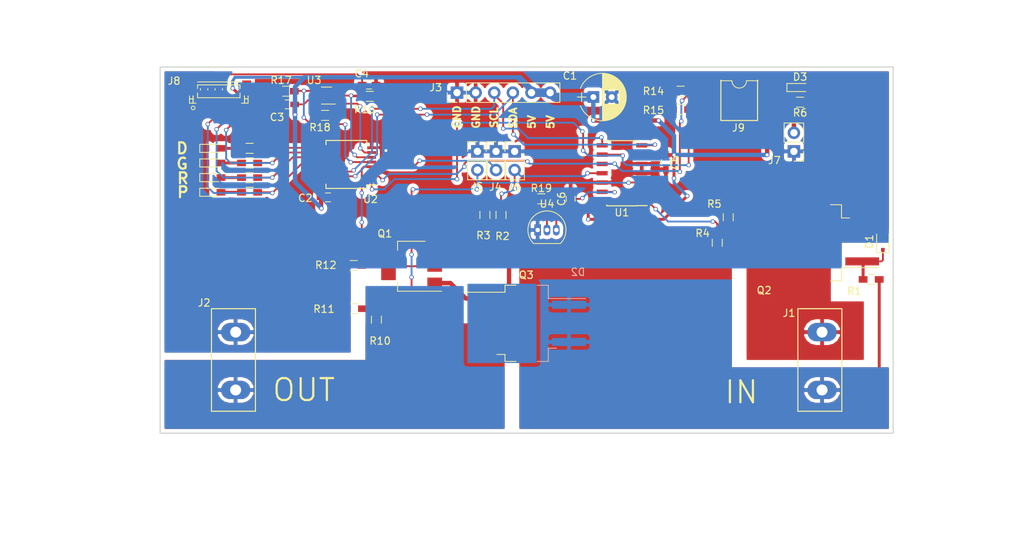
<source format=kicad_pcb>
(kicad_pcb (version 4) (host pcbnew 4.0.6)
  (layers (0 F.Cu signal) (31 B.Cu signal) (34 B.Paste user) (35 F.Paste user) (36 B.SilkS user) (37 F.SilkS user) (38 B.Mask user) (39 F.Mask user) (44 Edge.Cuts user))
  (net 0 "")
  (net 1 +5V)
  (net 2 GND)
  (net 3 /BTN_Clock)
  (net 4 +BATT)
  (net 5 "Net-(D3-Pad2)")
  (net 6 "Net-(D4-Pad2)")
  (net 7 "Net-(D5-Pad2)")
  (net 8 "Net-(D6-Pad2)")
  (net 9 "Net-(D7-Pad2)")
  (net 10 /SCL)
  (net 11 /SDA)
  (net 12 /OutEnable)
  (net 13 /OutVoltage)
  (net 14 /OutSense)
  (net 15 /LED_Green)
  (net 16 /LED_Red)
  (net 17 /LED_Purple)
  (net 18 /Adr1_SEL)
  (net 19 /Adr0_SEL)
  (net 20 "Net-(Q1-Pad1)")
  (net 21 "Net-(D1-Pad1)")
  (net 22 "Net-(J1-Pad1)")
  (net 23 "Net-(Q3-Pad2)")
  (net 24 /InVoltage)
  (net 25 /LED_DEBUG)
  (net 26 VPP)
  (net 27 /BTN_Latch)
  (net 28 /BTN_Reset)
  (net 29 /TempSense)
  (net 30 "Net-(U2-Pad13)")
  (module Housings_DIP:DIP-6_W7.62mm_SMD (layer F.Cu) (at 244 90.8)
    (fp_text reference J9 (at -0.1 2.5) (layer F.SilkS))
    (fp_text value DIP_Address)
    (pad 1 smd rect (at -3.81 -2.54) (size 2 1.78) (layers F.Cu F.Paste F.Mask) (net 18 /Adr1_SEL))
    (pad 3 smd rect (at -3.81 0) (size 2 1.78) (layers F.Cu F.Paste F.Mask) (net 19 /Adr0_SEL))
    (pad 4 smd rect (at 3.81 0) (size 2 1.78) (layers F.Cu F.Paste F.Mask) (net 1 +5V))
    (pad 2 smd rect (at 3.81 -2.54) (size 2 1.78) (layers F.Cu F.Paste F.Mask) (net 1 +5V))
  )
  (module TO_SOT_Packages_SMD:TO-263-2 (layer B.Cu) (at 215 120 180)
    (fp_text reference D2 (at -7 7 180) (layer B.SilkS) (effects (justify mirror)))
    (fp_text value STPS40L45CG)
    (pad 1 smd rect (at -5.775 2.54 180) (size 4.6 1.1) (layers B.Cu B.Paste B.Mask) (net 4 +BATT))
    (pad 1 smd rect (at -5.775 -2.54 180) (size 4.6 1.1) (layers B.Cu B.Paste B.Mask) (net 4 +BATT))
    (pad 2 smd rect (at 3.375 0 180) (size 9.4 10.8) (layers B.Cu B.Mask) (net 26 VPP))
    (pad 2 smd rect (at 5.8 -2.775 180) (size 4.55 5.25) (layers B.Cu B.Paste) (net 26 VPP))
    (pad 2 smd rect (at 0.95 2.775 180) (size 4.55 5.25) (layers B.Cu B.Paste) (net 26 VPP))
    (pad 2 smd rect (at 5.8 2.775 180) (size 4.55 5.25) (layers B.Cu B.Paste) (net 26 VPP))
    (pad 2 smd rect (at 0.95 -2.775 180) (size 4.55 5.25) (layers B.Cu B.Paste) (net 26 VPP))
  )
  (module Capacitors_THT:CP_Radial_D6.3mm_P2.50mm (layer F.Cu) (at 224.1 89.1)
    (fp_text reference C1 (at -3.2 -2.9) (layer F.SilkS))
    (fp_text value 100uF)
    (pad 1 thru_hole rect (at 0 0) (size 1.6 1.6) (drill 0.8) (layers *.Cu *.Mask) (net 1 +5V))
    (pad 2 thru_hole circle (at 2.5 0) (size 1.6 1.6) (drill 0.8) (layers *.Cu *.Mask) (net 2 GND))
  )
  (module Capacitors_SMD:C_0603_HandSoldering (layer F.Cu) (at 187.9 102.8)
    (fp_text reference C2 (at -3.1 0.1) (layer F.SilkS))
    (fp_text value 100nF)
    (pad 1 smd rect (at -0.95 0) (size 1.2 0.75) (layers F.Cu F.Paste F.Mask) (net 1 +5V))
    (pad 2 smd rect (at 0.95 0) (size 1.2 0.75) (layers F.Cu F.Paste F.Mask) (net 2 GND))
  )
  (module Capacitors_SMD:C_0603_HandSoldering (layer F.Cu) (at 182.4 90.1 180)
    (fp_text reference C3 (at 1.45 -1.75 180) (layer F.SilkS))
    (fp_text value 100nF)
    (pad 1 smd rect (at -0.95 0 180) (size 1.2 0.75) (layers F.Cu F.Paste F.Mask) (net 1 +5V))
    (pad 2 smd rect (at 0.95 0 180) (size 1.2 0.75) (layers F.Cu F.Paste F.Mask) (net 2 GND))
  )
  (module Capacitors_SMD:C_0603_HandSoldering (layer F.Cu) (at 193.5 87.4)
    (fp_text reference C4 (at -1 -1.5) (layer F.SilkS))
    (fp_text value 100nF)
    (pad 1 smd rect (at -0.95 0) (size 1.2 0.75) (layers F.Cu F.Paste F.Mask) (net 3 /BTN_Clock))
    (pad 2 smd rect (at 0.95 0) (size 1.2 0.75) (layers F.Cu F.Paste F.Mask) (net 2 GND))
  )
  (module Capacitors_SMD:C_0603_HandSoldering (layer F.Cu) (at 234 98 270)
    (fp_text reference C5 (at 0 -1.25 270) (layer F.SilkS))
    (fp_text value 100nF)
    (pad 1 smd rect (at -0.95 0 270) (size 1.2 0.75) (layers F.Cu F.Paste F.Mask) (net 1 +5V))
    (pad 2 smd rect (at 0.95 0 270) (size 1.2 0.75) (layers F.Cu F.Paste F.Mask) (net 2 GND))
  )
  (module Capacitors_SMD:C_0603_HandSoldering (layer F.Cu) (at 221 103 90)
    (fp_text reference C6 (at 0 -1.25 90) (layer F.SilkS))
    (fp_text value 100nF)
    (pad 1 smd rect (at -0.95 0 90) (size 1.2 0.75) (layers F.Cu F.Paste F.Mask) (net 1 +5V))
    (pad 2 smd rect (at 0.95 0 90) (size 1.2 0.75) (layers F.Cu F.Paste F.Mask) (net 2 GND))
  )
  (module LEDs:LED_0603_HandSoldering (layer F.Cu) (at 252.3 87.8)
    (fp_text reference D3 (at 0 -1.45) (layer F.SilkS))
    (fp_text value LED)
    (pad 1 smd rect (at -1.1 0) (size 1.2 0.9) (layers F.Cu F.Paste F.Mask) (net 2 GND))
    (pad 2 smd rect (at 1.1 0) (size 1.2 0.9) (layers F.Cu F.Paste F.Mask) (net 5 "Net-(D3-Pad2)"))
  )
  (module LEDs:LED_0603_HandSoldering (layer F.Cu) (at 172.2 98.1)
    (fp_text reference D4 hide)
    (fp_text value LED hide)
    (pad 1 smd rect (at -1.1 0) (size 1.2 0.9) (layers F.Cu F.Paste F.Mask) (net 2 GND))
    (pad 2 smd rect (at 1.1 0) (size 1.2 0.9) (layers F.Cu F.Paste F.Mask) (net 6 "Net-(D4-Pad2)"))
  )
  (module LEDs:LED_0603_HandSoldering (layer F.Cu) (at 172.2 100.1)
    (fp_text reference D5 hide)
    (fp_text value LED hide)
    (pad 1 smd rect (at -1.1 0) (size 1.2 0.9) (layers F.Cu F.Paste F.Mask) (net 2 GND))
    (pad 2 smd rect (at 1.1 0) (size 1.2 0.9) (layers F.Cu F.Paste F.Mask) (net 7 "Net-(D5-Pad2)"))
  )
  (module LEDs:LED_0603_HandSoldering (layer F.Cu) (at 172.2 96.1)
    (fp_text reference D6 hide)
    (fp_text value LED hide)
    (pad 1 smd rect (at -1.1 0) (size 1.2 0.9) (layers F.Cu F.Paste F.Mask) (net 2 GND))
    (pad 2 smd rect (at 1.1 0) (size 1.2 0.9) (layers F.Cu F.Paste F.Mask) (net 8 "Net-(D6-Pad2)"))
  )
  (module LEDs:LED_0603_HandSoldering (layer F.Cu) (at 172.2 102.1)
    (fp_text reference D7 hide)
    (fp_text value LED hide)
    (pad 1 smd rect (at -1.1 0) (size 1.2 0.9) (layers F.Cu F.Paste F.Mask) (net 2 GND))
    (pad 2 smd rect (at 1.1 0) (size 1.2 0.9) (layers F.Cu F.Paste F.Mask) (net 9 "Net-(D7-Pad2)"))
  )
  (module Pin_Headers:Pin_Header_Straight_1x06_Pitch2.54mm (layer F.Cu) (at 205.5 88.5 90)
    (fp_text reference J3 (at 0.7 -2.9 180) (layer F.SilkS))
    (fp_text value "i2c Connector")
    (pad 1 thru_hole rect (at 0 0 90) (size 1.7 1.7) (drill 1) (layers *.Cu *.Mask) (net 2 GND))
    (pad 2 thru_hole oval (at 0 2.54 90) (size 1.7 1.7) (drill 1) (layers *.Cu *.Mask) (net 2 GND))
    (pad 3 thru_hole oval (at 0 5.08 90) (size 1.7 1.7) (drill 1) (layers *.Cu *.Mask) (net 10 /SCL))
    (pad 4 thru_hole oval (at 0 7.62 90) (size 1.7 1.7) (drill 1) (layers *.Cu *.Mask) (net 11 /SDA))
    (pad 5 thru_hole oval (at 0 10.16 90) (size 1.7 1.7) (drill 1) (layers *.Cu *.Mask) (net 1 +5V))
    (pad 6 thru_hole oval (at 0 12.7 90) (size 1.7 1.7) (drill 1) (layers *.Cu *.Mask) (net 1 +5V))
  )
  (module Connectors_JST:JST_SH_BM06B-SRSS-TB_06x1.00mm_Straight (layer F.Cu) (at 173 89)
    (fp_text reference J8 (at -6.1 -2.1) (layer F.SilkS))
    (fp_text value "Button Connector")
    (pad 1 smd rect (at -2.5 1.2625) (size 0.6 1.55) (layers F.Cu F.Paste F.Mask) (net 2 GND))
    (pad 2 smd rect (at -1.5 1.2625) (size 0.6 1.55) (layers F.Cu F.Paste F.Mask) (net 3 /BTN_Clock))
    (pad 3 smd rect (at -0.5 1.2625) (size 0.6 1.55) (layers F.Cu F.Paste F.Mask) (net 17 /LED_Purple))
    (pad 4 smd rect (at 0.5 1.2625) (size 0.6 1.55) (layers F.Cu F.Paste F.Mask) (net 16 /LED_Red))
    (pad 5 smd rect (at 1.5 1.2625) (size 0.6 1.55) (layers F.Cu F.Paste F.Mask) (net 15 /LED_Green))
    (pad 6 smd rect (at 2.5 1.2625) (size 0.6 1.55) (layers F.Cu F.Paste F.Mask) (net 1 +5V))
    (pad "" smd rect (at -3.8 -1.2625) (size 1.2 1.8) (layers F.Cu F.Paste F.Mask))
    (pad "" smd rect (at 3.8 -1.2625) (size 1.2 1.8) (layers F.Cu F.Paste F.Mask))
  )
  (module TO_SOT_Packages_SMD:SOT-223-3Lead_TabPin2 (layer F.Cu) (at 199.3 112.2 180)
    (fp_text reference Q1 (at 3.65 4.45 180) (layer F.SilkS))
    (fp_text value Q_NMOS_DGS)
    (pad 2 smd rect (at 3.15 0 180) (size 2 3.8) (layers F.Cu F.Paste F.Mask) (net 12 /OutEnable))
    (pad 2 smd rect (at -3.15 0 180) (size 2 1.5) (layers F.Cu F.Paste F.Mask) (net 12 /OutEnable))
    (pad 3 smd rect (at -3.15 2.3 180) (size 2 1.5) (layers F.Cu F.Paste F.Mask) (net 2 GND))
    (pad 1 smd rect (at -3.15 -2.3 180) (size 2 1.5) (layers F.Cu F.Paste F.Mask) (net 20 "Net-(Q1-Pad1)"))
  )
  (module TO_SOT_Packages_SMD:TO-263-2 (layer F.Cu) (at 255 109 180)
    (fp_text reference Q2 (at 7.6 -6.5 180) (layer F.SilkS))
    (fp_text value IRF1404)
    (pad 1 smd rect (at -5.775 -2.54 180) (size 4.6 1.1) (layers F.Cu F.Paste F.Mask) (net 21 "Net-(D1-Pad1)"))
    (pad 3 smd rect (at -5.775 2.54 180) (size 4.6 1.1) (layers F.Cu F.Paste F.Mask) (net 2 GND))
    (pad 2 smd rect (at 3.375 0 180) (size 9.4 10.8) (layers F.Cu F.Mask) (net 22 "Net-(J1-Pad1)"))
    (pad 2 smd rect (at 5.8 2.775 180) (size 4.55 5.25) (layers F.Cu F.Paste) (net 22 "Net-(J1-Pad1)"))
    (pad 2 smd rect (at 0.95 -2.775 180) (size 4.55 5.25) (layers F.Cu F.Paste) (net 22 "Net-(J1-Pad1)"))
    (pad 2 smd rect (at 5.8 -2.775 180) (size 4.55 5.25) (layers F.Cu F.Paste) (net 22 "Net-(J1-Pad1)"))
    (pad 2 smd rect (at 0.95 2.775 180) (size 4.55 5.25) (layers F.Cu F.Paste) (net 22 "Net-(J1-Pad1)"))
  )
  (module Resistors_SMD:R_0603_HandSoldering (layer F.Cu) (at 262 114)
    (fp_text reference R1 (at -2.3 1.6) (layer F.SilkS))
    (fp_text value 10k)
    (pad 1 smd rect (at -1.1 0) (size 1.2 0.9) (layers F.Cu F.Paste F.Mask) (net 21 "Net-(D1-Pad1)"))
    (pad 2 smd rect (at 1.1 0) (size 1.2 0.9) (layers F.Cu F.Paste F.Mask) (net 4 +BATT))
  )
  (module Resistors_SMD:R_0603_HandSoldering (layer F.Cu) (at 211.5 105.2 90)
    (fp_text reference R2 (at -2.9 0.2 180) (layer F.SilkS))
    (fp_text value 10k)
    (pad 1 smd rect (at -1.1 0 90) (size 1.2 0.9) (layers F.Cu F.Paste F.Mask) (net 23 "Net-(Q3-Pad2)"))
    (pad 2 smd rect (at 1.1 0 90) (size 1.2 0.9) (layers F.Cu F.Paste F.Mask) (net 14 /OutSense))
  )
  (module Resistors_SMD:R_0603_HandSoldering (layer F.Cu) (at 209.3 105.2 270)
    (fp_text reference R3 (at 2.8 0.2 360) (layer F.SilkS))
    (fp_text value TBD)
    (pad 1 smd rect (at -1.1 0 270) (size 1.2 0.9) (layers F.Cu F.Paste F.Mask) (net 2 GND))
    (pad 2 smd rect (at 1.1 0 270) (size 1.2 0.9) (layers F.Cu F.Paste F.Mask) (net 23 "Net-(Q3-Pad2)"))
  )
  (module Resistors_SMD:R_0603_HandSoldering (layer F.Cu) (at 241 109 270)
    (fp_text reference R4 (at -1.3 2 360) (layer F.SilkS))
    (fp_text value "9k1 0.1%")
    (pad 1 smd rect (at -1.1 0 270) (size 1.2 0.9) (layers F.Cu F.Paste F.Mask) (net 24 /InVoltage))
    (pad 2 smd rect (at 1.1 0 270) (size 1.2 0.9) (layers F.Cu F.Paste F.Mask) (net 4 +BATT))
  )
  (module Resistors_SMD:R_0603_HandSoldering (layer F.Cu) (at 242.5 105.5 270)
    (fp_text reference R5 (at -1.8 1.9 360) (layer F.SilkS))
    (fp_text value "1k 0.1%")
    (pad 1 smd rect (at -1.1 0 270) (size 1.2 0.9) (layers F.Cu F.Paste F.Mask) (net 2 GND))
    (pad 2 smd rect (at 1.1 0 270) (size 1.2 0.9) (layers F.Cu F.Paste F.Mask) (net 24 /InVoltage))
  )
  (module Resistors_SMD:R_0603_HandSoldering (layer F.Cu) (at 252.3 89.8 180)
    (fp_text reference R6 (at 0 -1.45 180) (layer F.SilkS))
    (fp_text value 330)
    (pad 1 smd rect (at -1.1 0 180) (size 1.2 0.9) (layers F.Cu F.Paste F.Mask) (net 5 "Net-(D3-Pad2)"))
    (pad 2 smd rect (at 1.1 0 180) (size 1.2 0.9) (layers F.Cu F.Paste F.Mask) (net 1 +5V))
  )
  (module Resistors_SMD:R_0603_HandSoldering (layer F.Cu) (at 177.2 98.1)
    (fp_text reference R7 hide)
    (fp_text value 330 hide)
    (pad 1 smd rect (at -1.1 0) (size 1.2 0.9) (layers F.Cu F.Paste F.Mask) (net 6 "Net-(D4-Pad2)"))
    (pad 2 smd rect (at 1.1 0) (size 1.2 0.9) (layers F.Cu F.Paste F.Mask) (net 15 /LED_Green))
  )
  (module Resistors_SMD:R_0603_HandSoldering (layer F.Cu) (at 177.2 100.1)
    (fp_text reference R8 hide)
    (fp_text value 330 hide)
    (pad 1 smd rect (at -1.1 0) (size 1.2 0.9) (layers F.Cu F.Paste F.Mask) (net 7 "Net-(D5-Pad2)"))
    (pad 2 smd rect (at 1.1 0) (size 1.2 0.9) (layers F.Cu F.Paste F.Mask) (net 16 /LED_Red))
  )
  (module Resistors_SMD:R_0603_HandSoldering (layer F.Cu) (at 177.2 96.1)
    (fp_text reference R9 hide)
    (fp_text value 330 hide)
    (pad 1 smd rect (at -1.1 0) (size 1.2 0.9) (layers F.Cu F.Paste F.Mask) (net 8 "Net-(D6-Pad2)"))
    (pad 2 smd rect (at 1.1 0) (size 1.2 0.9) (layers F.Cu F.Paste F.Mask) (net 25 /LED_DEBUG))
  )
  (module Resistors_SMD:R_0603_HandSoldering (layer F.Cu) (at 194.5 119.5 270)
    (fp_text reference R10 (at 2.9 -0.5 360) (layer F.SilkS))
    (fp_text value "9k1 0.1%")
    (pad 1 smd rect (at -1.1 0 270) (size 1.2 0.9) (layers F.Cu F.Paste F.Mask) (net 13 /OutVoltage))
    (pad 2 smd rect (at 1.1 0 270) (size 1.2 0.9) (layers F.Cu F.Paste F.Mask) (net 26 VPP))
  )
  (module Resistors_SMD:R_0603_HandSoldering (layer F.Cu) (at 191.5 118)
    (fp_text reference R11 (at -4.15 0.05) (layer F.SilkS))
    (fp_text value "1k 0.1%")
    (pad 1 smd rect (at -1.1 0) (size 1.2 0.9) (layers F.Cu F.Paste F.Mask) (net 2 GND))
    (pad 2 smd rect (at 1.1 0) (size 1.2 0.9) (layers F.Cu F.Paste F.Mask) (net 13 /OutVoltage))
  )
  (module Resistors_SMD:R_0603_HandSoldering (layer F.Cu) (at 191.4 112.1)
    (fp_text reference R12 (at -3.8 -0.05) (layer F.SilkS))
    (fp_text value 10k)
    (pad 1 smd rect (at -1.1 0) (size 1.2 0.9) (layers F.Cu F.Paste F.Mask) (net 2 GND))
    (pad 2 smd rect (at 1.1 0) (size 1.2 0.9) (layers F.Cu F.Paste F.Mask) (net 12 /OutEnable))
  )
  (module Resistors_SMD:R_0603_HandSoldering (layer F.Cu) (at 177.2 102.1)
    (fp_text reference R13 hide)
    (fp_text value 330)
    (pad 1 smd rect (at -1.1 0) (size 1.2 0.9) (layers F.Cu F.Paste F.Mask) (net 9 "Net-(D7-Pad2)"))
    (pad 2 smd rect (at 1.1 0) (size 1.2 0.9) (layers F.Cu F.Paste F.Mask) (net 17 /LED_Purple))
  )
  (module Resistors_SMD:R_0603_HandSoldering (layer F.Cu) (at 236 88.3)
    (fp_text reference R14 (at -3.7 0) (layer F.SilkS))
    (fp_text value 10k)
    (pad 1 smd rect (at -1.1 0) (size 1.2 0.9) (layers F.Cu F.Paste F.Mask) (net 2 GND))
    (pad 2 smd rect (at 1.1 0) (size 1.2 0.9) (layers F.Cu F.Paste F.Mask) (net 18 /Adr1_SEL))
  )
  (module Resistors_SMD:R_0603_HandSoldering (layer F.Cu) (at 236 90.8)
    (fp_text reference R15 (at -3.7 0.1) (layer F.SilkS))
    (fp_text value 10k)
    (pad 1 smd rect (at -1.1 0) (size 1.2 0.9) (layers F.Cu F.Paste F.Mask) (net 2 GND))
    (pad 2 smd rect (at 1.1 0) (size 1.2 0.9) (layers F.Cu F.Paste F.Mask) (net 19 /Adr0_SEL))
  )
  (module Resistors_SMD:R_0603_HandSoldering (layer F.Cu) (at 193.6 89 180)
    (fp_text reference R16 (at 0.7 -1.8 180) (layer F.SilkS))
    (fp_text value 10k)
    (pad 1 smd rect (at -1.1 0 180) (size 1.2 0.9) (layers F.Cu F.Paste F.Mask) (net 2 GND))
    (pad 2 smd rect (at 1.1 0 180) (size 1.2 0.9) (layers F.Cu F.Paste F.Mask) (net 3 /BTN_Clock))
  )
  (module Resistors_SMD:R_0603_HandSoldering (layer F.Cu) (at 182.2 88.3)
    (fp_text reference R17 (at -0.7 -1.5) (layer F.SilkS))
    (fp_text value 10k)
    (pad 1 smd rect (at -1.1 0) (size 1.2 0.9) (layers F.Cu F.Paste F.Mask) (net 2 GND))
    (pad 2 smd rect (at 1.1 0) (size 1.2 0.9) (layers F.Cu F.Paste F.Mask) (net 27 /BTN_Latch))
  )
  (module Resistors_SMD:R_0603_HandSoldering (layer F.Cu) (at 187.5 91.6 180)
    (fp_text reference R18 (at 0.7 -1.65 180) (layer F.SilkS))
    (fp_text value 10k)
    (pad 1 smd rect (at -1.1 0 180) (size 1.2 0.9) (layers F.Cu F.Paste F.Mask) (net 28 /BTN_Reset))
    (pad 2 smd rect (at 1.1 0 180) (size 1.2 0.9) (layers F.Cu F.Paste F.Mask) (net 1 +5V))
  )
  (module Resistors_SMD:R_0603_HandSoldering (layer F.Cu) (at 217 103)
    (fp_text reference R19 (at 0 -1.45) (layer F.SilkS))
    (fp_text value DNP)
    (pad 1 smd rect (at -1.1 0) (size 1.2 0.9) (layers F.Cu F.Paste F.Mask) (net 2 GND))
    (pad 2 smd rect (at 1.1 0) (size 1.2 0.9) (layers F.Cu F.Paste F.Mask) (net 29 /TempSense))
  )
  (module Housings_SOIC:SOIC-14_3.9x8.7mm_Pitch1.27mm (layer F.Cu) (at 228 99.5 180)
    (fp_text reference U1 (at 0 -5.375 180) (layer F.SilkS))
    (fp_text value MCP3428-ESL)
    (pad 1 smd rect (at -2.7 -3.81 180) (size 1.5 0.6) (layers F.Cu F.Paste F.Mask) (net 24 /InVoltage))
    (pad 2 smd rect (at -2.7 -2.54 180) (size 1.5 0.6) (layers F.Cu F.Paste F.Mask) (net 2 GND))
    (pad 3 smd rect (at -2.7 -1.27 180) (size 1.5 0.6) (layers F.Cu F.Paste F.Mask) (net 13 /OutVoltage))
    (pad 4 smd rect (at -2.7 0 180) (size 1.5 0.6) (layers F.Cu F.Paste F.Mask) (net 2 GND))
    (pad 5 smd rect (at -2.7 1.27 180) (size 1.5 0.6) (layers F.Cu F.Paste F.Mask) (net 2 GND))
    (pad 6 smd rect (at -2.7 2.54 180) (size 1.5 0.6) (layers F.Cu F.Paste F.Mask) (net 1 +5V))
    (pad 7 smd rect (at -2.7 3.81 180) (size 1.5 0.6) (layers F.Cu F.Paste F.Mask) (net 11 /SDA))
    (pad 8 smd rect (at 2.7 3.81 180) (size 1.5 0.6) (layers F.Cu F.Paste F.Mask) (net 10 /SCL))
    (pad 9 smd rect (at 2.7 2.54 180) (size 1.5 0.6) (layers F.Cu F.Paste F.Mask) (net 19 /Adr0_SEL))
    (pad 10 smd rect (at 2.7 1.27 180) (size 1.5 0.6) (layers F.Cu F.Paste F.Mask) (net 18 /Adr1_SEL))
    (pad 11 smd rect (at 2.7 0 180) (size 1.5 0.6) (layers F.Cu F.Paste F.Mask) (net 14 /OutSense))
    (pad 12 smd rect (at 2.7 -1.27 180) (size 1.5 0.6) (layers F.Cu F.Paste F.Mask) (net 2 GND))
    (pad 13 smd rect (at 2.7 -2.54 180) (size 1.5 0.6) (layers F.Cu F.Paste F.Mask) (net 29 /TempSense))
    (pad 14 smd rect (at 2.7 -3.81 180) (size 1.5 0.6) (layers F.Cu F.Paste F.Mask) (net 2 GND))
  )
  (module Housings_SSOP:SSOP-16_5.3x6.2mm_Pitch0.65mm (layer F.Cu) (at 190.4 98.3 180)
    (fp_text reference U2 (at -3.3 -4.75 180) (layer F.SilkS))
    (fp_text value PCA9554DB)
    (pad 1 smd rect (at -3.45 -2.275 180) (size 1.2 0.4) (layers F.Cu F.Paste F.Mask) (net 19 /Adr0_SEL))
    (pad 2 smd rect (at -3.45 -1.625 180) (size 1.2 0.4) (layers F.Cu F.Paste F.Mask) (net 18 /Adr1_SEL))
    (pad 3 smd rect (at -3.45 -0.975 180) (size 1.2 0.4) (layers F.Cu F.Paste F.Mask) (net 2 GND))
    (pad 4 smd rect (at -3.45 -0.325 180) (size 1.2 0.4) (layers F.Cu F.Paste F.Mask) (net 12 /OutEnable))
    (pad 5 smd rect (at -3.45 0.325 180) (size 1.2 0.4) (layers F.Cu F.Paste F.Mask) (net 27 /BTN_Latch))
    (pad 6 smd rect (at -3.45 0.975 180) (size 1.2 0.4) (layers F.Cu F.Paste F.Mask) (net 3 /BTN_Clock))
    (pad 7 smd rect (at -3.45 1.625 180) (size 1.2 0.4) (layers F.Cu F.Paste F.Mask) (net 28 /BTN_Reset))
    (pad 8 smd rect (at -3.45 2.275 180) (size 1.2 0.4) (layers F.Cu F.Paste F.Mask) (net 2 GND))
    (pad 9 smd rect (at 3.45 2.275 180) (size 1.2 0.4) (layers F.Cu F.Paste F.Mask) (net 25 /LED_DEBUG))
    (pad 10 smd rect (at 3.45 1.625 180) (size 1.2 0.4) (layers F.Cu F.Paste F.Mask) (net 15 /LED_Green))
    (pad 11 smd rect (at 3.45 0.975 180) (size 1.2 0.4) (layers F.Cu F.Paste F.Mask) (net 16 /LED_Red))
    (pad 12 smd rect (at 3.45 0.325 180) (size 1.2 0.4) (layers F.Cu F.Paste F.Mask) (net 17 /LED_Purple))
    (pad 13 smd rect (at 3.45 -0.325 180) (size 1.2 0.4) (layers F.Cu F.Paste F.Mask) (net 30 "Net-(U2-Pad13)"))
    (pad 14 smd rect (at 3.45 -0.975 180) (size 1.2 0.4) (layers F.Cu F.Paste F.Mask) (net 10 /SCL))
    (pad 15 smd rect (at 3.45 -1.625 180) (size 1.2 0.4) (layers F.Cu F.Paste F.Mask) (net 11 /SDA))
    (pad 16 smd rect (at 3.45 -2.275 180) (size 1.2 0.4) (layers F.Cu F.Paste F.Mask) (net 1 +5V))
  )
  (module TO_SOT_Packages_SMD:SOT-353_SC-70-5_Handsoldering (layer F.Cu) (at 187.7 88.9 180)
    (fp_text reference U3 (at 1.7 2.1 180) (layer F.SilkS))
    (fp_text value 74LVC1G80)
    (pad 1 smd rect (at -1.33 -0.65 180) (size 1.5 0.4) (layers F.Cu F.Paste F.Mask) (net 28 /BTN_Reset))
    (pad 2 smd rect (at -1.33 0 180) (size 1.5 0.4) (layers F.Cu F.Paste F.Mask) (net 3 /BTN_Clock))
    (pad 3 smd rect (at -1.33 0.65 180) (size 1.5 0.4) (layers F.Cu F.Paste F.Mask) (net 2 GND))
    (pad 4 smd rect (at 1.33 0.65 180) (size 1.5 0.4) (layers F.Cu F.Paste F.Mask) (net 27 /BTN_Latch))
    (pad 5 smd rect (at 1.33 -0.65 180) (size 1.5 0.4) (layers F.Cu F.Paste F.Mask) (net 1 +5V))
  )
  (module TO_SOT_Packages_THT:TO-92_Inline_Narrow_Oval (layer F.Cu) (at 216.5 107.25)
    (fp_text reference U4 (at 1.27 -3.56) (layer F.SilkS))
    (fp_text value LM35)
    (pad 2 thru_hole oval (at 1.27 0 180) (size 0.9 1.5) (drill 0.6) (layers *.Cu *.Mask) (net 29 /TempSense))
    (pad 3 thru_hole oval (at 2.54 0 180) (size 0.9 1.5) (drill 0.6) (layers *.Cu *.Mask) (net 1 +5V))
    (pad 1 thru_hole rect (at 0 0 180) (size 0.9 1.5) (drill 0.6) (layers *.Cu *.Mask) (net 2 GND))
  )
  (module TO_SOT_Packages_SMD:TO-263-4 (layer F.Cu) (at 215 120)
    (fp_text reference Q3 (at -0.05 -6.6) (layer F.SilkS))
    (fp_text value IPS7111SPBF)
    (pad 1 smd rect (at -5.775 -3.4) (size 4.6 1.1) (layers F.Cu F.Paste F.Mask) (net 20 "Net-(Q1-Pad1)"))
    (pad 2 smd rect (at -5.775 -1.7) (size 4.6 1.1) (layers F.Cu F.Paste F.Mask) (net 23 "Net-(Q3-Pad2)"))
    (pad 4 smd rect (at -5.775 1.7) (size 4.6 1.1) (layers F.Cu F.Paste F.Mask) (net 26 VPP))
    (pad 5 smd rect (at -5.775 3.4) (size 4.6 1.1) (layers F.Cu F.Paste F.Mask) (net 26 VPP))
    (pad 3 smd rect (at 3.375 0) (size 9.4 10.8) (layers F.Cu F.Mask) (net 4 +BATT) (thermal_gap 1))
    (pad 3 smd rect (at 5.8 2.775) (size 4.55 5.25) (layers F.Cu F.Paste) (net 4 +BATT))
    (pad 3 smd rect (at 0.95 -2.775) (size 4.55 5.25) (layers F.Cu F.Paste) (net 4 +BATT))
    (pad 3 smd rect (at 5.8 -2.775) (size 4.55 5.25) (layers F.Cu F.Paste) (net 4 +BATT))
    (pad 3 smd rect (at 0.95 2.775) (size 4.55 5.25) (layers F.Cu F.Paste) (net 4 +BATT))
  )
  (module Pin_Headers:Pin_Header_Straight_1x02_Pitch2.54mm (layer F.Cu) (at 210.82 96.52)
    (fp_text reference J4 (at -0.08 4.87) (layer F.SilkS))
    (fp_text value DBG_enable hide)
    (pad 1 thru_hole rect (at 0 0) (size 1.7 1.7) (drill 1) (layers *.Cu *.Mask) (net 2 GND))
    (pad 2 thru_hole oval (at 0 2.54) (size 1.7 1.7) (drill 1) (layers *.Cu *.Mask) (net 12 /OutEnable))
  )
  (module Pin_Headers:Pin_Header_Straight_1x02_Pitch2.54mm (layer F.Cu) (at 208.28 96.52)
    (fp_text reference J5 (at -0.06 4.82) (layer F.SilkS))
    (fp_text value DBG_Voltage hide)
    (pad 1 thru_hole rect (at 0 0) (size 1.7 1.7) (drill 1) (layers *.Cu *.Mask) (net 2 GND))
    (pad 2 thru_hole oval (at 0 2.54) (size 1.7 1.7) (drill 1) (layers *.Cu *.Mask) (net 13 /OutVoltage))
  )
  (module Pin_Headers:Pin_Header_Straight_1x02_Pitch2.54mm (layer F.Cu) (at 213.36 96.52)
    (fp_text reference J6 (at -0.07 4.87) (layer F.SilkS))
    (fp_text value DBG_Sense hide)
    (pad 1 thru_hole rect (at 0 0) (size 1.7 1.7) (drill 1) (layers *.Cu *.Mask) (net 2 GND))
    (pad 2 thru_hole oval (at 0 2.54) (size 1.7 1.7) (drill 1) (layers *.Cu *.Mask) (net 14 /OutSense))
  )
  (module Pin_Headers:Pin_Header_Straight_1x02_Pitch2.54mm (layer F.Cu) (at 251.46 96.52 180)
    (fp_text reference J7 (at 2.66 -1.23 180) (layer F.SilkS))
    (fp_text value Power)
    (pad 1 thru_hole rect (at 0 0 180) (size 1.7 1.7) (drill 1) (layers *.Cu *.Mask) (net 2 GND))
    (pad 2 thru_hole oval (at 0 2.54 180) (size 1.7 1.7) (drill 1) (layers *.Cu *.Mask) (net 1 +5V))
  )
  (module Connectors_Kicad_MMAP:PowerPole2P (layer F.Cu) (at 255 125 270)
    (fp_text reference J1 (at -6.4 4.2 360) (layer F.SilkS))
    (fp_text value Power_IN)
    (pad 1 thru_hole oval (at -3.8 -0.3 270) (size 2.5 4) (drill 1.5) (layers *.Cu *.Mask) (net 22 "Net-(J1-Pad1)"))
    (pad 2 thru_hole oval (at 4.1 -0.3 270) (size 2.5 4) (drill 1.5) (layers *.Cu *.Mask) (net 4 +BATT))
  )
  (module Connectors_Kicad_MMAP:PowerPole2P (layer F.Cu) (at 175 125 270)
    (fp_text reference J2 (at -7.8 4 360) (layer F.SilkS))
    (fp_text value POWER_OUT)
    (pad 1 thru_hole oval (at -3.8 -0.3 270) (size 2.5 4) (drill 1.5) (layers *.Cu *.Mask) (net 2 GND))
    (pad 2 thru_hole oval (at 4.1 -0.3 270) (size 2.5 4) (drill 1.5) (layers *.Cu *.Mask) (net 26 VPP))
  )
  (module Diodes_SMD:D_SOD-323F (layer F.Cu) (at 263.6 108.85 90)
    (fp_text reference D1 (at 0 -1.85 90) (layer F.SilkS))
    (fp_text value 12V)
    (pad 1 smd rect (at -1.1 0 90) (size 0.5 0.5) (layers F.Cu F.Paste F.Mask) (net 21 "Net-(D1-Pad1)"))
    (pad 2 smd rect (at 1.1 0 90) (size 0.5 0.5) (layers F.Cu F.Paste F.Mask) (net 2 GND))
  )
  (gr_text GND (at 205.5 91.8 90) (layer F.SilkS) (effects (font (size 1 1) (thickness 0.25))))
  (gr_text GND (at 208.1 91.85 90) (layer F.SilkS) (effects (font (size 1 1) (thickness 0.25))))
  (gr_text 5V (at 218.25 92.5 90) (layer F.SilkS) (effects (font (size 1 1) (thickness 0.25))))
  (gr_text 5V (at 215.7 92.5 90) (layer F.SilkS) (effects (font (size 1 1) (thickness 0.25))))
  (gr_text SDA (at 213.15 91.95 90) (layer F.SilkS) (effects (font (size 1 1) (thickness 0.25))))
  (gr_text SCL (at 210.55 91.9 90) (layer F.SilkS) (effects (font (size 1 1) (thickness 0.25))))
  (gr_text IN (at 244.3 129.4) (layer F.SilkS) (effects (font (size 3 3) (thickness 0.3))))
  (gr_text OUT (at 184.6 129.1) (layer F.SilkS) (effects (font (size 3 3) (thickness 0.3))))
  (gr_text P (at 168.1 102.1) (layer F.SilkS) (effects (font (size 1.5 1.5) (thickness 0.3))))
  (gr_text R (at 168.1 100.2) (layer F.SilkS) (effects (font (size 1.5 1.5) (thickness 0.3))))
  (gr_text G (at 168 98.2) (layer F.SilkS) (effects (font (size 1.5 1.5) (thickness 0.3))))
  (gr_text D (at 168 96.1) (layer F.SilkS) (effects (font (size 1.5 1.5) (thickness 0.3))))
  (gr_line (start 165 135) (end 265 135) (angle 90) (layer Edge.Cuts) (width 0.15))
  (gr_line (start 165 85) (end 165 135) (angle 90) (layer Edge.Cuts) (width 0.15))
  (gr_line (start 265 85) (end 165 85) (angle 90) (layer Edge.Cuts) (width 0.15))
  (gr_line (start 265 135) (end 265 85) (angle 90) (layer Edge.Cuts) (width 0.15))
  (segment (start 223.4 105.8) (end 233.7 105.8) (width 0.4) (layer F.Cu) (net 1))
  (segment (start 223.4 104.8) (end 222.55 103.95) (width 0.4) (layer F.Cu) (net 1))
  (segment (start 221 103.95) (end 222.55 103.95) (width 0.4) (layer F.Cu) (net 1))
  (via (at 223.4 105.8) (size 0.6) (drill 0.4) (layers F.Cu B.Cu) (net 1))
  (segment (start 223.4 105.8) (end 223.4 104.8) (width 0.4) (layer F.Cu) (net 1))
  (segment (start 235.1 100.2) (end 235.1 97) (width 0.4) (layer F.Cu) (net 1))
  (via (at 235.1 100.2) (size 0.6) (drill 0.4) (layers F.Cu B.Cu) (net 1))
  (segment (start 235.1 100.8) (end 235.1 100.2) (width 0.4) (layer B.Cu) (net 1))
  (segment (start 236.9 102.6) (end 235.1 100.8) (width 0.4) (layer B.Cu) (net 1))
  (via (at 236.9 102.6) (size 0.6) (drill 0.4) (layers F.Cu B.Cu) (net 1))
  (segment (start 233.7 105.8) (end 236.9 102.6) (width 0.4) (layer F.Cu) (net 1))
  (segment (start 224.1 89.1) (end 224.1 92.3) (width 0.6) (layer B.Cu) (net 1))
  (segment (start 235.1 94.4) (end 235.1 97) (width 0.6) (layer B.Cu) (net 1))
  (segment (start 233 92.3) (end 235.1 94.4) (width 0.6) (layer B.Cu) (net 1))
  (via (at 233 92.3) (size 0.6) (drill 0.4) (layers F.Cu B.Cu) (net 1))
  (segment (start 224.1 92.3) (end 233 92.3) (width 0.6) (layer F.Cu) (net 1))
  (via (at 224.1 92.3) (size 0.6) (drill 0.4) (layers F.Cu B.Cu) (net 1))
  (segment (start 175.5 90.2625) (end 175.5 88.5) (width 0.4) (layer F.Cu) (net 1))
  (segment (start 213.56 86.4) (end 215.66 88.5) (width 0.4) (layer B.Cu) (net 1))
  (segment (start 175.2 86.4) (end 213.56 86.4) (width 0.4) (layer B.Cu) (net 1))
  (segment (start 174.9 86.9) (end 175.2 86.4) (width 0.4) (layer B.Cu) (net 1))
  (segment (start 174.9 87.9) (end 174.9 86.9) (width 0.4) (layer B.Cu) (net 1))
  (via (at 174.9 87.9) (size 0.6) (drill 0.4) (layers F.Cu B.Cu) (net 1))
  (segment (start 175.5 88.5) (end 174.9 87.9) (width 0.4) (layer F.Cu) (net 1))
  (segment (start 251.46 93.98) (end 251.46 91.96) (width 0.6) (layer F.Cu) (net 1))
  (segment (start 251.2 91.7) (end 251.2 89.8) (width 0.6) (layer F.Cu) (net 1))
  (segment (start 251.46 91.96) (end 251.2 91.7) (width 0.6) (layer F.Cu) (net 1))
  (segment (start 215.66 88.5) (end 215.66 87.96) (width 0.6) (layer B.Cu) (net 1))
  (segment (start 215.66 87.96) (end 214.1 86.4) (width 0.6) (layer B.Cu) (net 1))
  (segment (start 183.4 87.7) (end 183.4 91.5) (width 0.6) (layer B.Cu) (net 1))
  (segment (start 184.7 86.4) (end 183.4 87.7) (width 0.6) (layer B.Cu) (net 1))
  (segment (start 214.1 86.4) (end 184.7 86.4) (width 0.6) (layer B.Cu) (net 1))
  (segment (start 186.95 102.8) (end 186.95 104.25) (width 0.6) (layer F.Cu) (net 1))
  (segment (start 183.35 91.45) (end 183.35 90.1) (width 0.6) (layer F.Cu) (net 1))
  (segment (start 183.4 91.5) (end 183.35 91.45) (width 0.6) (layer F.Cu) (net 1))
  (via (at 183.4 91.5) (size 0.6) (drill 0.4) (layers F.Cu B.Cu) (net 1))
  (segment (start 183.4 100.7) (end 183.4 91.5) (width 0.6) (layer B.Cu) (net 1))
  (segment (start 187 104.3) (end 183.4 100.7) (width 0.6) (layer B.Cu) (net 1))
  (via (at 187 104.3) (size 0.6) (drill 0.4) (layers F.Cu B.Cu) (net 1))
  (segment (start 186.95 104.25) (end 187 104.3) (width 0.6) (layer F.Cu) (net 1))
  (segment (start 186.95 100.575) (end 186.95 102.8) (width 0.4) (layer F.Cu) (net 1))
  (segment (start 247.81 90.8) (end 247.81 96.99) (width 0.6) (layer F.Cu) (net 1))
  (segment (start 247.8 97) (end 240.7 97) (width 0.6) (layer B.Cu) (net 1))
  (via (at 247.8 97) (size 0.6) (drill 0.4) (layers F.Cu B.Cu) (net 1))
  (segment (start 247.81 96.99) (end 247.8 97) (width 0.6) (layer F.Cu) (net 1))
  (segment (start 240.7 97) (end 235.1 97) (width 0.6) (layer B.Cu) (net 1))
  (segment (start 235.05 97.05) (end 230.79 97.05) (width 0.6) (layer F.Cu) (net 1))
  (segment (start 235.1 97) (end 235.05 97.05) (width 0.6) (layer F.Cu) (net 1))
  (via (at 235.1 97) (size 0.6) (drill 0.4) (layers F.Cu B.Cu) (net 1))
  (segment (start 230.79 97.05) (end 230.7 96.96) (width 0.6) (layer F.Cu) (net 1))
  (segment (start 247.81 90.8) (end 247.81 88.26) (width 0.6) (layer F.Cu) (net 1))
  (segment (start 251.2 89.8) (end 249.35 89.8) (width 0.6) (layer F.Cu) (net 1))
  (segment (start 249.35 89.8) (end 247.81 88.26) (width 0.6) (layer F.Cu) (net 1))
  (segment (start 215.66 88.5) (end 218.2 88.5) (width 1.2) (layer B.Cu) (net 1))
  (segment (start 218.2 88.5) (end 218.8 89.1) (width 1.2) (layer B.Cu) (net 1))
  (segment (start 218.8 89.1) (end 224.1 89.1) (width 1.2) (layer B.Cu) (net 1))
  (segment (start 219.04 107.25) (end 219.04 105.06) (width 0.25) (layer F.Cu) (net 1))
  (segment (start 219.04 105.06) (end 220.15 103.95) (width 0.25) (layer F.Cu) (net 1))
  (segment (start 220.15 103.95) (end 221 103.95) (width 0.25) (layer F.Cu) (net 1))
  (segment (start 186.37 89.55) (end 186.37 91.57) (width 0.25) (layer F.Cu) (net 1))
  (segment (start 186.37 91.57) (end 186.4 91.6) (width 0.25) (layer F.Cu) (net 1))
  (segment (start 186.37 89.55) (end 185.15 89.55) (width 0.25) (layer F.Cu) (net 1))
  (segment (start 185.15 89.55) (end 184.6 90.1) (width 0.25) (layer F.Cu) (net 1))
  (segment (start 184.6 90.1) (end 183.35 90.1) (width 0.25) (layer F.Cu) (net 1))
  (segment (start 193.85 96.025) (end 195.425 96.025) (width 0.25) (layer F.Cu) (net 2))
  (segment (start 195.92 96.52) (end 208.28 96.52) (width 0.25) (layer B.Cu) (net 2))
  (segment (start 195.8 96.4) (end 195.92 96.52) (width 0.25) (layer B.Cu) (net 2))
  (via (at 195.8 96.4) (size 0.6) (drill 0.4) (layers F.Cu B.Cu) (net 2))
  (segment (start 195.425 96.025) (end 195.8 96.4) (width 0.25) (layer F.Cu) (net 2))
  (segment (start 188.85 102.8) (end 191.4 102.8) (width 0.25) (layer F.Cu) (net 2))
  (segment (start 196.075 99.275) (end 193.85 99.275) (width 0.25) (layer F.Cu) (net 2))
  (segment (start 196.75 99.95) (end 196.075 99.275) (width 0.25) (layer F.Cu) (net 2))
  (segment (start 196.75 102.45) (end 196.75 99.95) (width 0.25) (layer F.Cu) (net 2))
  (segment (start 196.05 103.15) (end 196.75 102.45) (width 0.25) (layer F.Cu) (net 2))
  (segment (start 191.75 103.15) (end 196.05 103.15) (width 0.25) (layer F.Cu) (net 2))
  (segment (start 191.4 102.8) (end 191.75 103.15) (width 0.25) (layer F.Cu) (net 2))
  (segment (start 189.03 88.25) (end 189.03 87.03) (width 0.4) (layer F.Cu) (net 2))
  (segment (start 181.1 87.3) (end 181.1 88.3) (width 0.4) (layer F.Cu) (net 2))
  (segment (start 181.5 86.9) (end 181.1 87.3) (width 0.4) (layer F.Cu) (net 2))
  (segment (start 188.9 86.9) (end 181.5 86.9) (width 0.4) (layer F.Cu) (net 2))
  (segment (start 189.03 87.03) (end 188.9 86.9) (width 0.4) (layer F.Cu) (net 2))
  (segment (start 216.5 107.25) (end 216.5 103.6) (width 0.25) (layer F.Cu) (net 2))
  (segment (start 216.5 103.6) (end 215.9 103) (width 0.25) (layer F.Cu) (net 2))
  (segment (start 193.85 97.325) (end 191.875 97.325) (width 0.25) (layer F.Cu) (net 3))
  (segment (start 191.15 89) (end 192.5 89) (width 0.25) (layer F.Cu) (net 3))
  (segment (start 191.05 88.9) (end 191.15 89) (width 0.25) (layer F.Cu) (net 3))
  (via (at 191.05 88.9) (size 0.6) (drill 0.4) (layers F.Cu B.Cu) (net 3))
  (segment (start 191.05 96.5) (end 191.05 88.9) (width 0.25) (layer B.Cu) (net 3))
  (segment (start 191.55 97) (end 191.05 96.5) (width 0.25) (layer B.Cu) (net 3))
  (via (at 191.55 97) (size 0.6) (drill 0.4) (layers F.Cu B.Cu) (net 3))
  (segment (start 191.875 97.325) (end 191.55 97) (width 0.25) (layer F.Cu) (net 3))
  (segment (start 192.55 87.4) (end 192.55 88.95) (width 0.25) (layer F.Cu) (net 3))
  (segment (start 192.55 88.95) (end 192.5 89) (width 0.25) (layer F.Cu) (net 3))
  (segment (start 171.5 90.2625) (end 171.5 87.6) (width 0.25) (layer F.Cu) (net 3))
  (segment (start 192.55 86.65) (end 192.55 87.4) (width 0.25) (layer F.Cu) (net 3))
  (segment (start 191.9 86) (end 192.55 86.65) (width 0.25) (layer F.Cu) (net 3))
  (segment (start 173.1 86) (end 191.9 86) (width 0.25) (layer F.Cu) (net 3))
  (segment (start 171.5 87.6) (end 173.1 86) (width 0.25) (layer F.Cu) (net 3))
  (segment (start 189.03 88.9) (end 192.4 88.9) (width 0.25) (layer F.Cu) (net 3))
  (segment (start 192.4 88.9) (end 192.5 89) (width 0.25) (layer F.Cu) (net 3))
  (segment (start 255.3 129.1) (end 261.4 129.1) (width 0.4) (layer F.Cu) (net 4))
  (segment (start 263.1 127.4) (end 263.1 114) (width 0.4) (layer F.Cu) (net 4))
  (segment (start 261.4 129.1) (end 263.1 127.4) (width 0.4) (layer F.Cu) (net 4))
  (segment (start 253.4 87.8) (end 253.4 89.8) (width 0.6) (layer F.Cu) (net 5))
  (segment (start 173.3 98.1) (end 176.1 98.1) (width 0.4) (layer F.Cu) (net 6))
  (segment (start 173.3 100.1) (end 176.1 100.1) (width 0.4) (layer F.Cu) (net 7))
  (segment (start 173.3 96.1) (end 176.1 96.1) (width 0.4) (layer F.Cu) (net 8))
  (segment (start 173.3 102.1) (end 176.1 102.1) (width 0.4) (layer F.Cu) (net 9))
  (segment (start 210.58 88.5) (end 210.58 88.78) (width 0.25) (layer F.Cu) (net 10))
  (segment (start 210.58 88.78) (end 211.8 90) (width 0.25) (layer F.Cu) (net 10))
  (segment (start 225.3 94.7) (end 225.3 95.69) (width 0.25) (layer F.Cu) (net 10))
  (segment (start 225.2 94.6) (end 225.3 94.7) (width 0.25) (layer F.Cu) (net 10))
  (via (at 225.2 94.6) (size 0.6) (drill 0.4) (layers F.Cu B.Cu) (net 10))
  (segment (start 225.1 94.7) (end 225.2 94.6) (width 0.25) (layer B.Cu) (net 10))
  (segment (start 215.2 94.7) (end 225.1 94.7) (width 0.25) (layer B.Cu) (net 10))
  (segment (start 213.9 93.4) (end 215.2 94.7) (width 0.25) (layer B.Cu) (net 10))
  (segment (start 211.8 93.4) (end 213.9 93.4) (width 0.25) (layer B.Cu) (net 10))
  (via (at 211.8 93.4) (size 0.6) (drill 0.4) (layers F.Cu B.Cu) (net 10))
  (segment (start 211.8 90) (end 211.8 93.4) (width 0.25) (layer F.Cu) (net 10))
  (segment (start 186.95 99.275) (end 191.225 99.275) (width 0.25) (layer F.Cu) (net 10))
  (segment (start 210.58 90.32) (end 210.58 88.5) (width 0.25) (layer B.Cu) (net 10))
  (segment (start 210.2 90.7) (end 210.58 90.32) (width 0.25) (layer B.Cu) (net 10))
  (segment (start 200.5 90.7) (end 210.2 90.7) (width 0.25) (layer B.Cu) (net 10))
  (via (at 200.5 90.7) (size 0.6) (drill 0.4) (layers F.Cu B.Cu) (net 10))
  (segment (start 193.9 90.7) (end 200.5 90.7) (width 0.25) (layer F.Cu) (net 10))
  (via (at 193.9 90.7) (size 0.6) (drill 0.4) (layers F.Cu B.Cu) (net 10))
  (segment (start 193.9 96.6) (end 193.9 90.7) (width 0.25) (layer B.Cu) (net 10))
  (segment (start 191.4 99.1) (end 193.9 96.6) (width 0.25) (layer B.Cu) (net 10))
  (via (at 191.4 99.1) (size 0.6) (drill 0.4) (layers F.Cu B.Cu) (net 10))
  (segment (start 191.225 99.275) (end 191.4 99.1) (width 0.25) (layer F.Cu) (net 10))
  (segment (start 213.12 88.5) (end 213.12 94.12) (width 0.25) (layer F.Cu) (net 11))
  (segment (start 232.41 95.69) (end 230.7 95.69) (width 0.25) (layer F.Cu) (net 11))
  (segment (start 232.5 95.6) (end 232.41 95.69) (width 0.25) (layer F.Cu) (net 11))
  (via (at 232.5 95.6) (size 0.6) (drill 0.4) (layers F.Cu B.Cu) (net 11))
  (segment (start 214.6 95.6) (end 232.5 95.6) (width 0.25) (layer B.Cu) (net 11))
  (segment (start 213.2 94.2) (end 214.6 95.6) (width 0.25) (layer B.Cu) (net 11))
  (via (at 213.2 94.2) (size 0.6) (drill 0.4) (layers F.Cu B.Cu) (net 11))
  (segment (start 213.12 94.12) (end 213.2 94.2) (width 0.25) (layer F.Cu) (net 11))
  (segment (start 201.4 91.5) (end 210.6 91.5) (width 0.25) (layer B.Cu) (net 11))
  (via (at 201.4 91.5) (size 0.6) (drill 0.4) (layers F.Cu B.Cu) (net 11))
  (segment (start 194.6 91.5) (end 201.4 91.5) (width 0.25) (layer F.Cu) (net 11))
  (via (at 194.6 91.5) (size 0.6) (drill 0.4) (layers F.Cu B.Cu) (net 11))
  (segment (start 194.6 96.9) (end 194.6 91.5) (width 0.25) (layer B.Cu) (net 11))
  (segment (start 191.6 99.9) (end 194.6 96.9) (width 0.25) (layer B.Cu) (net 11))
  (via (at 191.6 99.9) (size 0.6) (drill 0.4) (layers F.Cu B.Cu) (net 11))
  (segment (start 191.575 99.925) (end 191.6 99.9) (width 0.25) (layer F.Cu) (net 11))
  (segment (start 186.95 99.925) (end 191.575 99.925) (width 0.25) (layer F.Cu) (net 11))
  (segment (start 210.6 91.5) (end 213.12 88.98) (width 0.25) (layer B.Cu) (net 11))
  (segment (start 213.12 88.98) (end 213.12 88.5) (width 0.25) (layer B.Cu) (net 11))
  (segment (start 192.5 112.1) (end 192.5 106.2) (width 0.25) (layer F.Cu) (net 12))
  (segment (start 210.82 99.06) (end 210.82 98.92) (width 0.25) (layer B.Cu) (net 12))
  (segment (start 210.82 98.92) (end 209.7 97.8) (width 0.25) (layer B.Cu) (net 12))
  (segment (start 209.7 97.8) (end 200.4 97.8) (width 0.25) (layer B.Cu) (net 12))
  (via (at 200.4 97.8) (size 0.6) (drill 0.4) (layers F.Cu B.Cu) (net 12))
  (segment (start 200.4 97.8) (end 199.575 98.625) (width 0.25) (layer F.Cu) (net 12))
  (segment (start 199.575 98.625) (end 193.85 98.625) (width 0.25) (layer F.Cu) (net 12))
  (segment (start 192.775 98.625) (end 193.85 98.625) (width 0.25) (layer F.Cu) (net 12))
  (segment (start 192.5 98.9) (end 192.775 98.625) (width 0.25) (layer F.Cu) (net 12))
  (segment (start 192.5 102.2) (end 192.5 98.9) (width 0.25) (layer F.Cu) (net 12))
  (via (at 192.5 102.2) (size 0.6) (drill 0.4) (layers F.Cu B.Cu) (net 12))
  (segment (start 192.5 106.2) (end 192.5 102.2) (width 0.25) (layer B.Cu) (net 12))
  (via (at 192.5 106.2) (size 0.6) (drill 0.4) (layers F.Cu B.Cu) (net 12))
  (segment (start 202.45 112.2) (end 196.15 112.2) (width 0.25) (layer F.Cu) (net 12))
  (segment (start 196.15 112.2) (end 196.05 112.1) (width 0.25) (layer F.Cu) (net 12))
  (segment (start 196.05 112.1) (end 192.5 112.1) (width 0.25) (layer F.Cu) (net 12))
  (segment (start 199.3 113.7) (end 199.3 110.6) (width 0.25) (layer B.Cu) (net 13))
  (segment (start 208.28 101.62) (end 208.28 99.06) (width 0.25) (layer B.Cu) (net 13))
  (segment (start 208.2 101.7) (end 208.28 101.62) (width 0.25) (layer B.Cu) (net 13))
  (via (at 208.2 101.7) (size 0.6) (drill 0.4) (layers F.Cu B.Cu) (net 13))
  (segment (start 199.5 101.7) (end 208.2 101.7) (width 0.25) (layer B.Cu) (net 13))
  (via (at 199.5 101.7) (size 0.6) (drill 0.4) (layers F.Cu B.Cu) (net 13))
  (segment (start 199.3 101.7) (end 199.5 101.7) (width 0.25) (layer F.Cu) (net 13))
  (segment (start 199.3 110.6) (end 199.3 101.7) (width 0.25) (layer F.Cu) (net 13))
  (via (at 199.3 110.6) (size 0.6) (drill 0.4) (layers F.Cu B.Cu) (net 13))
  (segment (start 192.6 118) (end 194.1 118) (width 0.25) (layer F.Cu) (net 13))
  (segment (start 194.1 118) (end 194.4 118.3) (width 0.25) (layer F.Cu) (net 13))
  (segment (start 194.4 118.3) (end 197.9 118.3) (width 0.25) (layer F.Cu) (net 13))
  (segment (start 197.9 118.3) (end 199.3 116.9) (width 0.25) (layer F.Cu) (net 13))
  (segment (start 199.3 116.9) (end 199.3 113.7) (width 0.25) (layer F.Cu) (net 13))
  (via (at 199.3 113.7) (size 0.6) (drill 0.4) (layers F.Cu B.Cu) (net 13))
  (segment (start 199.3 113.7) (end 199.4 113.6) (width 0.25) (layer B.Cu) (net 13))
  (segment (start 230.7 100.77) (end 228.93 100.77) (width 0.25) (layer F.Cu) (net 13))
  (segment (start 228.93 100.77) (end 228.9 100.8) (width 0.25) (layer F.Cu) (net 13))
  (via (at 228.9 100.8) (size 0.6) (drill 0.4) (layers F.Cu B.Cu) (net 13))
  (segment (start 228.9 100.8) (end 208.7 100.8) (width 0.25) (layer B.Cu) (net 13))
  (segment (start 208.7 100.8) (end 208.28 100.38) (width 0.25) (layer B.Cu) (net 13))
  (segment (start 208.28 100.38) (end 208.28 99.06) (width 0.25) (layer B.Cu) (net 13))
  (segment (start 213.36 99.06) (end 213.36 101.56) (width 0.25) (layer F.Cu) (net 14))
  (segment (start 211.5 102.4) (end 211.5 104.1) (width 0.25) (layer F.Cu) (net 14))
  (segment (start 211.6 102.3) (end 211.5 102.4) (width 0.25) (layer F.Cu) (net 14))
  (via (at 211.6 102.3) (size 0.6) (drill 0.4) (layers F.Cu B.Cu) (net 14))
  (segment (start 213.2 101.8) (end 211.6 102.3) (width 0.25) (layer B.Cu) (net 14))
  (segment (start 213.4 101.6) (end 213.2 101.8) (width 0.25) (layer B.Cu) (net 14))
  (via (at 213.4 101.6) (size 0.6) (drill 0.4) (layers F.Cu B.Cu) (net 14))
  (segment (start 213.36 101.56) (end 213.4 101.6) (width 0.25) (layer F.Cu) (net 14))
  (segment (start 225.3 99.5) (end 223.3 99.5) (width 0.25) (layer F.Cu) (net 14))
  (segment (start 214.2 99.9) (end 213.36 99.06) (width 0.25) (layer B.Cu) (net 14))
  (segment (start 222.9 99.9) (end 214.2 99.9) (width 0.25) (layer B.Cu) (net 14))
  (segment (start 223.3 99.5) (end 222.9 99.9) (width 0.25) (layer B.Cu) (net 14))
  (via (at 223.3 99.5) (size 0.6) (drill 0.4) (layers F.Cu B.Cu) (net 14))
  (segment (start 186.95 96.675) (end 181.725 96.675) (width 0.25) (layer F.Cu) (net 15))
  (segment (start 181.725 96.675) (end 180.3 98.1) (width 0.25) (layer F.Cu) (net 15))
  (segment (start 174.5 90.2625) (end 174.5 93.1) (width 0.25) (layer F.Cu) (net 15))
  (segment (start 180.3 98.1) (end 178.3 98.1) (width 0.25) (layer F.Cu) (net 15))
  (via (at 180.3 98.1) (size 0.6) (drill 0.4) (layers F.Cu B.Cu) (net 15))
  (segment (start 174.6 98.1) (end 180.3 98.1) (width 0.25) (layer B.Cu) (net 15))
  (segment (start 174 97.5) (end 174.6 98.1) (width 0.25) (layer B.Cu) (net 15))
  (segment (start 174 93.6) (end 174 97.5) (width 0.25) (layer B.Cu) (net 15))
  (via (at 174 93.6) (size 0.6) (drill 0.4) (layers F.Cu B.Cu) (net 15))
  (segment (start 174.5 93.1) (end 174 93.6) (width 0.25) (layer F.Cu) (net 15))
  (segment (start 186.95 97.325) (end 183.075 97.325) (width 0.25) (layer F.Cu) (net 16))
  (segment (start 183.075 97.325) (end 180.3 100.1) (width 0.25) (layer F.Cu) (net 16))
  (segment (start 173.5 90.2625) (end 173.5 92.7) (width 0.25) (layer F.Cu) (net 16))
  (segment (start 180.3 100.1) (end 178.3 100.1) (width 0.25) (layer F.Cu) (net 16))
  (via (at 180.3 100.1) (size 0.6) (drill 0.4) (layers F.Cu B.Cu) (net 16))
  (segment (start 173.6 100.1) (end 180.3 100.1) (width 0.25) (layer B.Cu) (net 16))
  (segment (start 172.7 99.2) (end 173.6 100.1) (width 0.25) (layer B.Cu) (net 16))
  (segment (start 172.7 93.5) (end 172.7 99.2) (width 0.25) (layer B.Cu) (net 16))
  (via (at 172.7 93.5) (size 0.6) (drill 0.4) (layers F.Cu B.Cu) (net 16))
  (segment (start 173.5 92.7) (end 172.7 93.5) (width 0.25) (layer F.Cu) (net 16))
  (segment (start 186.95 97.975) (end 184.525 97.975) (width 0.25) (layer F.Cu) (net 17))
  (segment (start 184.525 97.975) (end 180.3 102.2) (width 0.25) (layer F.Cu) (net 17))
  (segment (start 172.5 90.2625) (end 172.5 91.8) (width 0.25) (layer F.Cu) (net 17))
  (segment (start 180.2 102.1) (end 178.3 102.1) (width 0.25) (layer F.Cu) (net 17))
  (segment (start 180.3 102.2) (end 180.2 102.1) (width 0.25) (layer F.Cu) (net 17))
  (via (at 180.3 102.2) (size 0.6) (drill 0.4) (layers F.Cu B.Cu) (net 17))
  (segment (start 172.3 102.2) (end 180.3 102.2) (width 0.25) (layer B.Cu) (net 17))
  (segment (start 171.5 101.4) (end 172.3 102.2) (width 0.25) (layer B.Cu) (net 17))
  (segment (start 171.5 92.8) (end 171.5 101.4) (width 0.25) (layer B.Cu) (net 17))
  (via (at 171.5 92.8) (size 0.6) (drill 0.4) (layers F.Cu B.Cu) (net 17))
  (segment (start 172.5 91.8) (end 171.5 92.8) (width 0.25) (layer F.Cu) (net 17))
  (segment (start 193.85 99.925) (end 194.825 99.925) (width 0.25) (layer F.Cu) (net 18))
  (segment (start 215.4 98.2) (end 215.1 97.9) (width 0.25) (layer B.Cu) (net 18))
  (via (at 215.1 97.9) (size 0.6) (drill 0.4) (layers F.Cu B.Cu) (net 18))
  (segment (start 215.1 97.9) (end 215 97.8) (width 0.25) (layer F.Cu) (net 18))
  (segment (start 215 97.8) (end 206.9 97.8) (width 0.25) (layer F.Cu) (net 18))
  (segment (start 206.9 97.8) (end 206.5 98.2) (width 0.25) (layer F.Cu) (net 18))
  (segment (start 206.5 98.2) (end 206.5 98.6) (width 0.25) (layer F.Cu) (net 18))
  (via (at 206.5 98.6) (size 0.6) (drill 0.4) (layers F.Cu B.Cu) (net 18))
  (segment (start 206.5 98.6) (end 205.5 99.6) (width 0.25) (layer B.Cu) (net 18))
  (segment (start 205.5 99.6) (end 203.6 99.6) (width 0.25) (layer B.Cu) (net 18))
  (segment (start 215.4 98.2) (end 227 98.2) (width 0.25) (layer B.Cu) (net 18))
  (segment (start 196.2 99.6) (end 203.6 99.6) (width 0.25) (layer B.Cu) (net 18))
  (segment (start 195.35 100.45) (end 196.2 99.6) (width 0.25) (layer B.Cu) (net 18))
  (via (at 195.35 100.45) (size 0.6) (drill 0.4) (layers F.Cu B.Cu) (net 18))
  (segment (start 194.825 99.925) (end 195.35 100.45) (width 0.25) (layer F.Cu) (net 18))
  (segment (start 237.1 88.3) (end 237.1 88.7) (width 0.25) (layer F.Cu) (net 18))
  (segment (start 237.1 88.7) (end 236.2 89.6) (width 0.25) (layer F.Cu) (net 18))
  (segment (start 226.97 98.23) (end 225.3 98.23) (width 0.25) (layer F.Cu) (net 18))
  (segment (start 227 98.2) (end 226.97 98.23) (width 0.25) (layer F.Cu) (net 18))
  (via (at 227 98.2) (size 0.6) (drill 0.4) (layers F.Cu B.Cu) (net 18))
  (segment (start 228 99.2) (end 227 98.2) (width 0.25) (layer B.Cu) (net 18))
  (segment (start 235.8 99.2) (end 228 99.2) (width 0.25) (layer B.Cu) (net 18))
  (segment (start 235.9 99.3) (end 235.8 99.2) (width 0.25) (layer B.Cu) (net 18))
  (via (at 235.9 99.3) (size 0.6) (drill 0.4) (layers F.Cu B.Cu) (net 18))
  (segment (start 235.9 92.6) (end 235.9 99.3) (width 0.25) (layer F.Cu) (net 18))
  (segment (start 236.1 92.4) (end 235.9 92.6) (width 0.25) (layer F.Cu) (net 18))
  (via (at 236.1 92.4) (size 0.6) (drill 0.4) (layers F.Cu B.Cu) (net 18))
  (segment (start 236.1 89.7) (end 236.1 92.4) (width 0.25) (layer B.Cu) (net 18))
  (segment (start 236.2 89.6) (end 236.1 89.7) (width 0.25) (layer B.Cu) (net 18))
  (via (at 236.2 89.6) (size 0.6) (drill 0.4) (layers F.Cu B.Cu) (net 18))
  (segment (start 240.19 88.26) (end 237.14 88.26) (width 0.25) (layer F.Cu) (net 18))
  (segment (start 237.14 88.26) (end 237.1 88.3) (width 0.25) (layer F.Cu) (net 18))
  (segment (start 193.9 101.7) (end 195.55 101.7) (width 0.25) (layer B.Cu) (net 19))
  (segment (start 193.85 100.575) (end 193.85 101.65) (width 0.25) (layer F.Cu) (net 19))
  (segment (start 193.85 101.65) (end 193.9 101.7) (width 0.25) (layer F.Cu) (net 19))
  (via (at 193.9 101.7) (size 0.6) (drill 0.4) (layers F.Cu B.Cu) (net 19))
  (segment (start 195.55 101.7) (end 196.95 100.3) (width 0.25) (layer B.Cu) (net 19))
  (segment (start 228.1 97.1) (end 223.4 97.1) (width 0.25) (layer B.Cu) (net 19))
  (segment (start 222.7 93.9) (end 222.7 96.4) (width 0.25) (layer F.Cu) (net 19))
  (segment (start 222.6 93.8) (end 222.7 93.9) (width 0.25) (layer F.Cu) (net 19))
  (via (at 222.6 93.8) (size 0.6) (drill 0.4) (layers F.Cu B.Cu) (net 19))
  (segment (start 221.4 92.6) (end 222.6 93.8) (width 0.25) (layer B.Cu) (net 19))
  (segment (start 205.7 92.6) (end 221.4 92.6) (width 0.25) (layer B.Cu) (net 19))
  (segment (start 205.5 92.8) (end 205.7 92.6) (width 0.25) (layer B.Cu) (net 19))
  (via (at 205.5 92.8) (size 0.6) (drill 0.4) (layers F.Cu B.Cu) (net 19))
  (segment (start 205.5 100.3) (end 205.5 92.8) (width 0.25) (layer F.Cu) (net 19))
  (via (at 205.5 100.3) (size 0.6) (drill 0.4) (layers F.Cu B.Cu) (net 19))
  (segment (start 196.95 100.3) (end 205.5 100.3) (width 0.25) (layer B.Cu) (net 19))
  (via (at 222.7 96.4) (size 0.6) (drill 0.4) (layers F.Cu B.Cu) (net 19))
  (segment (start 223.4 97.1) (end 222.7 96.4) (width 0.25) (layer B.Cu) (net 19))
  (segment (start 237.1 90.8) (end 237.1 98.4) (width 0.25) (layer F.Cu) (net 19))
  (segment (start 227.96 96.96) (end 225.3 96.96) (width 0.25) (layer F.Cu) (net 19))
  (segment (start 228.1 97.1) (end 227.96 96.96) (width 0.25) (layer F.Cu) (net 19))
  (via (at 228.1 97.1) (size 0.6) (drill 0.4) (layers F.Cu B.Cu) (net 19))
  (segment (start 228.1 97.9) (end 228.1 97.1) (width 0.25) (layer B.Cu) (net 19))
  (segment (start 228.6 98.4) (end 228.1 97.9) (width 0.25) (layer B.Cu) (net 19))
  (segment (start 237.1 98.4) (end 228.6 98.4) (width 0.25) (layer B.Cu) (net 19))
  (via (at 237.1 98.4) (size 0.6) (drill 0.4) (layers F.Cu B.Cu) (net 19))
  (segment (start 240.19 90.8) (end 237.1 90.8) (width 0.25) (layer F.Cu) (net 19))
  (segment (start 209.225 116.6) (end 206.7 116.6) (width 0.6) (layer F.Cu) (net 20))
  (segment (start 204.6 114.5) (end 202.45 114.5) (width 0.6) (layer F.Cu) (net 20))
  (segment (start 206.7 116.6) (end 204.6 114.5) (width 0.6) (layer F.Cu) (net 20))
  (segment (start 263.6 109.95) (end 263.6 111.35) (width 0.25) (layer F.Cu) (net 21))
  (segment (start 263.41 111.54) (end 260.775 111.54) (width 0.25) (layer F.Cu) (net 21))
  (segment (start 263.6 111.35) (end 263.41 111.54) (width 0.25) (layer F.Cu) (net 21))
  (segment (start 260.9 114) (end 260.9 111.665) (width 0.4) (layer F.Cu) (net 21))
  (segment (start 260.9 111.665) (end 260.775 111.54) (width 0.4) (layer F.Cu) (net 21))
  (segment (start 209.225 118.3) (end 212.2 118.3) (width 0.6) (layer F.Cu) (net 23))
  (segment (start 212.6 107.4) (end 211.5 106.3) (width 0.6) (layer F.Cu) (net 23))
  (segment (start 212.6 117.9) (end 212.6 107.4) (width 0.6) (layer F.Cu) (net 23))
  (segment (start 212.2 118.3) (end 212.6 117.9) (width 0.6) (layer F.Cu) (net 23))
  (segment (start 211.5 106.3) (end 209.3 106.3) (width 0.6) (layer F.Cu) (net 23))
  (segment (start 241 107.9) (end 241 106.4) (width 0.25) (layer F.Cu) (net 24))
  (segment (start 231.51 103.31) (end 230.7 103.31) (width 0.25) (layer F.Cu) (net 24))
  (segment (start 232.6 104.4) (end 231.51 103.31) (width 0.25) (layer F.Cu) (net 24))
  (via (at 232.6 104.4) (size 0.6) (drill 0.4) (layers F.Cu B.Cu) (net 24))
  (segment (start 234.3 106.1) (end 232.6 104.4) (width 0.25) (layer B.Cu) (net 24))
  (segment (start 240.4 106.1) (end 234.3 106.1) (width 0.25) (layer B.Cu) (net 24))
  (via (at 240.4 106.1) (size 0.6) (drill 0.4) (layers F.Cu B.Cu) (net 24))
  (segment (start 240.7 106.1) (end 240.4 106.1) (width 0.25) (layer F.Cu) (net 24))
  (segment (start 241 106.4) (end 240.7 106.1) (width 0.25) (layer F.Cu) (net 24))
  (segment (start 242.5 106.6) (end 242.5 107.5) (width 0.4) (layer F.Cu) (net 24))
  (segment (start 242.1 107.9) (end 241 107.9) (width 0.4) (layer F.Cu) (net 24))
  (segment (start 242.5 107.5) (end 242.1 107.9) (width 0.4) (layer F.Cu) (net 24))
  (segment (start 186.95 96.025) (end 178.375 96.025) (width 0.25) (layer F.Cu) (net 25))
  (segment (start 178.375 96.025) (end 178.3 96.1) (width 0.25) (layer F.Cu) (net 25))
  (segment (start 193.85 97.975) (end 191.025 97.975) (width 0.25) (layer F.Cu) (net 27))
  (segment (start 184.6 88.25) (end 186.37 88.25) (width 0.25) (layer F.Cu) (net 27))
  (via (at 184.6 88.25) (size 0.6) (drill 0.4) (layers F.Cu B.Cu) (net 27))
  (segment (start 184.6 91.9) (end 184.6 88.25) (width 0.25) (layer B.Cu) (net 27))
  (via (at 184.6 91.9) (size 0.6) (drill 0.4) (layers F.Cu B.Cu) (net 27))
  (segment (start 185.5 92.8) (end 184.6 91.9) (width 0.25) (layer F.Cu) (net 27))
  (segment (start 190.2 92.8) (end 185.5 92.8) (width 0.25) (layer F.Cu) (net 27))
  (segment (start 190.25 92.85) (end 190.2 92.8) (width 0.25) (layer F.Cu) (net 27))
  (via (at 190.25 92.85) (size 0.6) (drill 0.4) (layers F.Cu B.Cu) (net 27))
  (segment (start 190.25 97.25) (end 190.25 92.85) (width 0.25) (layer B.Cu) (net 27))
  (segment (start 191 98) (end 190.25 97.25) (width 0.25) (layer B.Cu) (net 27))
  (via (at 191 98) (size 0.6) (drill 0.4) (layers F.Cu B.Cu) (net 27))
  (segment (start 191.025 97.975) (end 191 98) (width 0.25) (layer F.Cu) (net 27))
  (segment (start 186.37 88.25) (end 183.35 88.25) (width 0.25) (layer F.Cu) (net 27))
  (segment (start 183.35 88.25) (end 183.3 88.3) (width 0.25) (layer F.Cu) (net 27))
  (segment (start 193.85 96.675) (end 192.875 96.675) (width 0.25) (layer F.Cu) (net 28))
  (segment (start 189.48 90) (end 189.03 89.55) (width 0.25) (layer F.Cu) (net 28))
  (segment (start 191.9 90) (end 189.48 90) (width 0.25) (layer F.Cu) (net 28))
  (segment (start 192.3 90.4) (end 191.9 90) (width 0.25) (layer F.Cu) (net 28))
  (via (at 192.3 90.4) (size 0.6) (drill 0.4) (layers F.Cu B.Cu) (net 28))
  (segment (start 192.3 96.1) (end 192.3 90.4) (width 0.25) (layer B.Cu) (net 28))
  (via (at 192.3 96.1) (size 0.6) (drill 0.4) (layers F.Cu B.Cu) (net 28))
  (segment (start 192.875 96.675) (end 192.3 96.1) (width 0.25) (layer F.Cu) (net 28))
  (segment (start 188.6 91.6) (end 188.6 91) (width 0.25) (layer F.Cu) (net 28))
  (segment (start 189.03 90.57) (end 189.03 89.55) (width 0.25) (layer F.Cu) (net 28))
  (segment (start 188.6 91) (end 189.03 90.57) (width 0.25) (layer F.Cu) (net 28))
  (segment (start 218.1 103) (end 222.5 103) (width 0.25) (layer F.Cu) (net 29))
  (segment (start 226.94 102.04) (end 225.3 102.04) (width 0.25) (layer F.Cu) (net 29))
  (segment (start 227 102.1) (end 226.94 102.04) (width 0.25) (layer F.Cu) (net 29))
  (via (at 227 102.1) (size 0.6) (drill 0.4) (layers F.Cu B.Cu) (net 29))
  (segment (start 223.4 102.1) (end 227 102.1) (width 0.25) (layer B.Cu) (net 29))
  (segment (start 222.6 102.9) (end 223.4 102.1) (width 0.25) (layer B.Cu) (net 29))
  (via (at 222.6 102.9) (size 0.6) (drill 0.4) (layers F.Cu B.Cu) (net 29))
  (segment (start 222.5 103) (end 222.6 102.9) (width 0.25) (layer F.Cu) (net 29))
  (segment (start 217.77 107.25) (end 217.77 103.33) (width 0.25) (layer F.Cu) (net 29))
  (segment (start 217.77 103.33) (end 218.1 103) (width 0.25) (layer F.Cu) (net 29))
  (zone (net 2) (net_name GND) (layer F.Cu) (connect_pads (clearance 0.508)) (min_thickness 0.254) (fill yes (arc_segments 16) (thermal_gap 0.508) (thermal_bridge_width 0.508))
    (polygon (pts (xy 165 85) (xy 265 85) (xy 265 109) (xy 258 109) (xy 258 100) (xy 244 100) (xy 244 105) (xy 204.9 105) (xy 204.9 111) (xy 191 111) (xy 191 124) (xy 165 124)))
  )
  (zone (net 4) (net_name +BATT) (layer F.Cu) (connect_pads (clearance 0.508)) (min_thickness 0.254) (fill yes (arc_segments 16) (thermal_gap 0.508) (thermal_bridge_width 0.508))
    (polygon (pts (xy 265 135) (xy 214 135) (xy 214 107) (xy 239 107) (xy 239 109.5) (xy 243 109.5) (xy 243 126) (xy 265 126)))
  )
  (zone (net 4) (net_name +BATT) (layer B.Cu) (connect_pads (clearance 0.508)) (min_thickness 0.254) (fill yes (arc_segments 16) (thermal_gap 0.508) (thermal_bridge_width 0.508))
    (polygon (pts (xy 265 135) (xy 265 126) (xy 243 126) (xy 243 114) (xy 214 114) (xy 214 135)))
  )
  (zone (net 26) (net_name VPP) (layer B.Cu) (connect_pads (clearance 0.508)) (min_thickness 0.254) (fill yes (arc_segments 16) (thermal_gap 0.508) (thermal_bridge_width 0.508))
    (polygon (pts (xy 165 125) (xy 165 135) (xy 212 135) (xy 212 114.9) (xy 193 114.9) (xy 193 125)))
  )
  (zone (net 26) (net_name VPP) (layer F.Cu) (connect_pads (clearance 0.508)) (min_thickness 0.254) (fill yes (arc_segments 16) (thermal_gap 0.508) (thermal_bridge_width 0.508))
    (polygon (pts (xy 165 125) (xy 193 125) (xy 193 120) (xy 212 120) (xy 212 135) (xy 165 135)))
  )
  (zone (net 22) (net_name "Net-(J1-Pad1)") (layer F.Cu) (connect_pads (clearance 0.508)) (min_thickness 0.254) (fill yes (arc_segments 16) (thermal_gap 0.508) (thermal_bridge_width 0.508))
    (polygon (pts (xy 245 101.5) (xy 245 125) (xy 261 125) (xy 261 117) (xy 256.5 117) (xy 256.5 101.5)))
  )
  (zone (net 2) (net_name GND) (layer B.Cu) (connect_pads (clearance 0.508)) (min_thickness 0.254) (fill yes (arc_segments 16) (thermal_gap 0.508) (thermal_bridge_width 0.508))
    (polygon (pts (xy 165 124) (xy 191 124) (xy 191 112.5) (xy 208 112.5) (xy 244 112.5) (xy 258 112.5) (xy 258 109) (xy 265 109) (xy 265 85) (xy 165 85)))
  )
)
</source>
